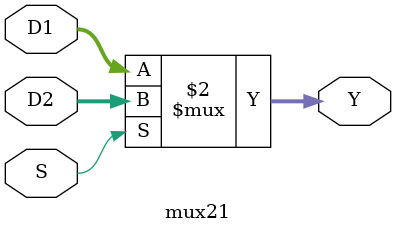
<source format=v>
`timescale 1ns / 1ps

module mux21 (
    input wire S,
    input wire [31:0] D1,
    input wire [31:0] D2,
    output wire [31:0] Y
);

// MUX behavior: Y = D1 if S = 0, else Y = D2
assign Y = (S == 1'b0) ? D1 : D2;

endmodule // mux21

</source>
